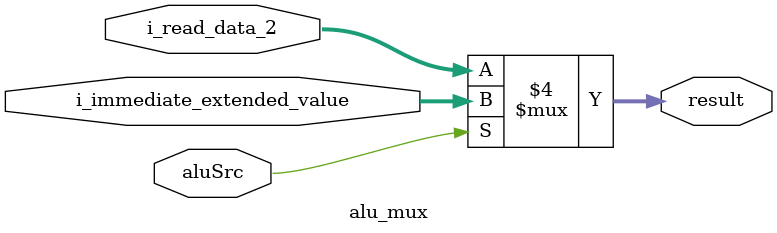
<source format=v>

`timescale 1ns/1ns

module alu_mux(
    input aluSrc,
    input [31:0] i_read_data_2,
    input [31:0] i_immediate_extended_value,
    output reg [31:0] result
);

always @* begin
    if(aluSrc == 1'b1) begin
        result = i_immediate_extended_value;
    end
    else begin
        result = i_read_data_2;
    end
end

endmodule
</source>
